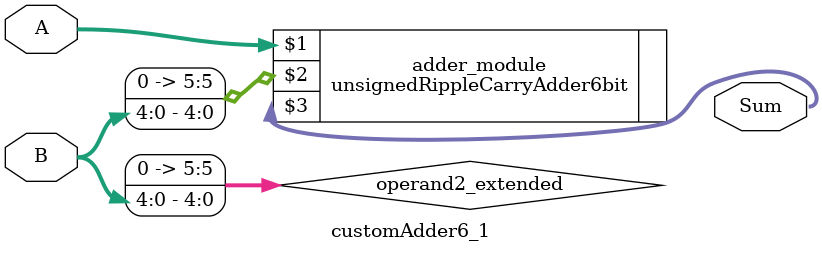
<source format=v>

module customAdder6_1(
                    input [5 : 0] A,
                    input [4 : 0] B,
                    
                    output [6 : 0] Sum
            );

    wire [5 : 0] operand2_extended;
    
    assign operand2_extended =  {1'b0, B};
    
    unsignedRippleCarryAdder6bit adder_module(
        A,
        operand2_extended,
        Sum
    );
    
endmodule
        
</source>
